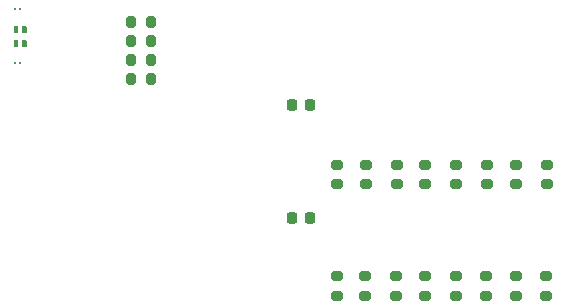
<source format=gbp>
%TF.GenerationSoftware,KiCad,Pcbnew,9.0.6*%
%TF.CreationDate,2026-01-08T22:49:20+05:30*%
%TF.ProjectId,USB_PD_Trigger,5553425f-5044-45f5-9472-69676765722e,rev?*%
%TF.SameCoordinates,Original*%
%TF.FileFunction,Paste,Bot*%
%TF.FilePolarity,Positive*%
%FSLAX46Y46*%
G04 Gerber Fmt 4.6, Leading zero omitted, Abs format (unit mm)*
G04 Created by KiCad (PCBNEW 9.0.6) date 2026-01-08 22:49:20*
%MOMM*%
%LPD*%
G01*
G04 APERTURE LIST*
G04 Aperture macros list*
%AMRoundRect*
0 Rectangle with rounded corners*
0 $1 Rounding radius*
0 $2 $3 $4 $5 $6 $7 $8 $9 X,Y pos of 4 corners*
0 Add a 4 corners polygon primitive as box body*
4,1,4,$2,$3,$4,$5,$6,$7,$8,$9,$2,$3,0*
0 Add four circle primitives for the rounded corners*
1,1,$1+$1,$2,$3*
1,1,$1+$1,$4,$5*
1,1,$1+$1,$6,$7*
1,1,$1+$1,$8,$9*
0 Add four rect primitives between the rounded corners*
20,1,$1+$1,$2,$3,$4,$5,0*
20,1,$1+$1,$4,$5,$6,$7,0*
20,1,$1+$1,$6,$7,$8,$9,0*
20,1,$1+$1,$8,$9,$2,$3,0*%
G04 Aperture macros list end*
%ADD10C,0.010000*%
%ADD11R,0.280000X0.250000*%
%ADD12RoundRect,0.200000X-0.275000X0.200000X-0.275000X-0.200000X0.275000X-0.200000X0.275000X0.200000X0*%
%ADD13RoundRect,0.200000X-0.200000X-0.275000X0.200000X-0.275000X0.200000X0.275000X-0.200000X0.275000X0*%
%ADD14RoundRect,0.225000X0.225000X0.250000X-0.225000X0.250000X-0.225000X-0.250000X0.225000X-0.250000X0*%
G04 APERTURE END LIST*
D10*
X127715500Y-100236000D02*
X127717500Y-100236000D01*
X127720500Y-100237000D01*
X127722500Y-100237000D01*
X127725500Y-100238000D01*
X127727500Y-100239000D01*
X127730500Y-100240000D01*
X127732500Y-100242000D01*
X127734500Y-100243000D01*
X127736500Y-100245000D01*
X127738500Y-100246000D01*
X127740500Y-100248000D01*
X127742500Y-100250000D01*
X127744500Y-100252000D01*
X127746500Y-100254000D01*
X127747500Y-100256000D01*
X127749500Y-100258000D01*
X127750500Y-100260000D01*
X127752500Y-100262000D01*
X127753500Y-100265000D01*
X127754500Y-100267000D01*
X127755500Y-100270000D01*
X127755500Y-100272000D01*
X127756500Y-100275000D01*
X127756500Y-100277000D01*
X127757500Y-100280000D01*
X127757500Y-100282000D01*
X127757500Y-100285000D01*
X127757500Y-100685000D01*
X127757500Y-100688000D01*
X127757500Y-100690000D01*
X127756500Y-100693000D01*
X127756500Y-100695000D01*
X127755500Y-100698000D01*
X127755500Y-100700000D01*
X127754500Y-100703000D01*
X127753500Y-100705000D01*
X127752500Y-100708000D01*
X127750500Y-100710000D01*
X127749500Y-100712000D01*
X127747500Y-100714000D01*
X127746500Y-100716000D01*
X127744500Y-100718000D01*
X127742500Y-100720000D01*
X127740500Y-100722000D01*
X127738500Y-100724000D01*
X127736500Y-100725000D01*
X127734500Y-100727000D01*
X127732500Y-100728000D01*
X127730500Y-100730000D01*
X127727500Y-100731000D01*
X127725500Y-100732000D01*
X127722500Y-100733000D01*
X127720500Y-100733000D01*
X127717500Y-100734000D01*
X127715500Y-100734000D01*
X127712500Y-100735000D01*
X127710500Y-100735000D01*
X127707500Y-100735000D01*
X127507500Y-100735000D01*
X127504500Y-100735000D01*
X127502500Y-100735000D01*
X127499500Y-100734000D01*
X127497500Y-100734000D01*
X127494500Y-100733000D01*
X127492500Y-100733000D01*
X127489500Y-100732000D01*
X127487500Y-100731000D01*
X127484500Y-100730000D01*
X127482500Y-100728000D01*
X127480500Y-100727000D01*
X127478500Y-100725000D01*
X127476500Y-100724000D01*
X127474500Y-100722000D01*
X127472500Y-100720000D01*
X127470500Y-100718000D01*
X127468500Y-100716000D01*
X127467500Y-100714000D01*
X127465500Y-100712000D01*
X127464500Y-100710000D01*
X127462500Y-100708000D01*
X127461500Y-100705000D01*
X127460500Y-100703000D01*
X127459500Y-100700000D01*
X127459500Y-100698000D01*
X127458500Y-100695000D01*
X127458500Y-100693000D01*
X127457500Y-100690000D01*
X127457500Y-100688000D01*
X127457500Y-100685000D01*
X127457500Y-100285000D01*
X127457500Y-100282000D01*
X127457500Y-100280000D01*
X127458500Y-100277000D01*
X127458500Y-100275000D01*
X127459500Y-100272000D01*
X127459500Y-100270000D01*
X127460500Y-100267000D01*
X127461500Y-100265000D01*
X127462500Y-100262000D01*
X127464500Y-100260000D01*
X127465500Y-100258000D01*
X127467500Y-100256000D01*
X127468500Y-100254000D01*
X127470500Y-100252000D01*
X127472500Y-100250000D01*
X127474500Y-100248000D01*
X127476500Y-100246000D01*
X127478500Y-100245000D01*
X127480500Y-100243000D01*
X127482500Y-100242000D01*
X127484500Y-100240000D01*
X127487500Y-100239000D01*
X127489500Y-100238000D01*
X127492500Y-100237000D01*
X127494500Y-100237000D01*
X127497500Y-100236000D01*
X127499500Y-100236000D01*
X127502500Y-100235000D01*
X127504500Y-100235000D01*
X127507500Y-100235000D01*
X127707500Y-100235000D01*
X127710500Y-100235000D01*
X127712500Y-100235000D01*
X127715500Y-100236000D01*
G36*
X127715500Y-100236000D02*
G01*
X127717500Y-100236000D01*
X127720500Y-100237000D01*
X127722500Y-100237000D01*
X127725500Y-100238000D01*
X127727500Y-100239000D01*
X127730500Y-100240000D01*
X127732500Y-100242000D01*
X127734500Y-100243000D01*
X127736500Y-100245000D01*
X127738500Y-100246000D01*
X127740500Y-100248000D01*
X127742500Y-100250000D01*
X127744500Y-100252000D01*
X127746500Y-100254000D01*
X127747500Y-100256000D01*
X127749500Y-100258000D01*
X127750500Y-100260000D01*
X127752500Y-100262000D01*
X127753500Y-100265000D01*
X127754500Y-100267000D01*
X127755500Y-100270000D01*
X127755500Y-100272000D01*
X127756500Y-100275000D01*
X127756500Y-100277000D01*
X127757500Y-100280000D01*
X127757500Y-100282000D01*
X127757500Y-100285000D01*
X127757500Y-100685000D01*
X127757500Y-100688000D01*
X127757500Y-100690000D01*
X127756500Y-100693000D01*
X127756500Y-100695000D01*
X127755500Y-100698000D01*
X127755500Y-100700000D01*
X127754500Y-100703000D01*
X127753500Y-100705000D01*
X127752500Y-100708000D01*
X127750500Y-100710000D01*
X127749500Y-100712000D01*
X127747500Y-100714000D01*
X127746500Y-100716000D01*
X127744500Y-100718000D01*
X127742500Y-100720000D01*
X127740500Y-100722000D01*
X127738500Y-100724000D01*
X127736500Y-100725000D01*
X127734500Y-100727000D01*
X127732500Y-100728000D01*
X127730500Y-100730000D01*
X127727500Y-100731000D01*
X127725500Y-100732000D01*
X127722500Y-100733000D01*
X127720500Y-100733000D01*
X127717500Y-100734000D01*
X127715500Y-100734000D01*
X127712500Y-100735000D01*
X127710500Y-100735000D01*
X127707500Y-100735000D01*
X127507500Y-100735000D01*
X127504500Y-100735000D01*
X127502500Y-100735000D01*
X127499500Y-100734000D01*
X127497500Y-100734000D01*
X127494500Y-100733000D01*
X127492500Y-100733000D01*
X127489500Y-100732000D01*
X127487500Y-100731000D01*
X127484500Y-100730000D01*
X127482500Y-100728000D01*
X127480500Y-100727000D01*
X127478500Y-100725000D01*
X127476500Y-100724000D01*
X127474500Y-100722000D01*
X127472500Y-100720000D01*
X127470500Y-100718000D01*
X127468500Y-100716000D01*
X127467500Y-100714000D01*
X127465500Y-100712000D01*
X127464500Y-100710000D01*
X127462500Y-100708000D01*
X127461500Y-100705000D01*
X127460500Y-100703000D01*
X127459500Y-100700000D01*
X127459500Y-100698000D01*
X127458500Y-100695000D01*
X127458500Y-100693000D01*
X127457500Y-100690000D01*
X127457500Y-100688000D01*
X127457500Y-100685000D01*
X127457500Y-100285000D01*
X127457500Y-100282000D01*
X127457500Y-100280000D01*
X127458500Y-100277000D01*
X127458500Y-100275000D01*
X127459500Y-100272000D01*
X127459500Y-100270000D01*
X127460500Y-100267000D01*
X127461500Y-100265000D01*
X127462500Y-100262000D01*
X127464500Y-100260000D01*
X127465500Y-100258000D01*
X127467500Y-100256000D01*
X127468500Y-100254000D01*
X127470500Y-100252000D01*
X127472500Y-100250000D01*
X127474500Y-100248000D01*
X127476500Y-100246000D01*
X127478500Y-100245000D01*
X127480500Y-100243000D01*
X127482500Y-100242000D01*
X127484500Y-100240000D01*
X127487500Y-100239000D01*
X127489500Y-100238000D01*
X127492500Y-100237000D01*
X127494500Y-100237000D01*
X127497500Y-100236000D01*
X127499500Y-100236000D01*
X127502500Y-100235000D01*
X127504500Y-100235000D01*
X127507500Y-100235000D01*
X127707500Y-100235000D01*
X127710500Y-100235000D01*
X127712500Y-100235000D01*
X127715500Y-100236000D01*
G37*
X128415500Y-100236000D02*
X128417500Y-100236000D01*
X128420500Y-100237000D01*
X128422500Y-100237000D01*
X128425500Y-100238000D01*
X128427500Y-100239000D01*
X128430500Y-100240000D01*
X128432500Y-100242000D01*
X128434500Y-100243000D01*
X128436500Y-100245000D01*
X128438500Y-100246000D01*
X128440500Y-100248000D01*
X128442500Y-100250000D01*
X128444500Y-100252000D01*
X128446500Y-100254000D01*
X128447500Y-100256000D01*
X128449500Y-100258000D01*
X128450500Y-100260000D01*
X128452500Y-100262000D01*
X128453500Y-100265000D01*
X128454500Y-100267000D01*
X128455500Y-100270000D01*
X128455500Y-100272000D01*
X128456500Y-100275000D01*
X128456500Y-100277000D01*
X128457500Y-100280000D01*
X128457500Y-100282000D01*
X128457500Y-100285000D01*
X128457500Y-100685000D01*
X128457500Y-100688000D01*
X128457500Y-100690000D01*
X128456500Y-100693000D01*
X128456500Y-100695000D01*
X128455500Y-100698000D01*
X128455500Y-100700000D01*
X128454500Y-100703000D01*
X128453500Y-100705000D01*
X128452500Y-100708000D01*
X128450500Y-100710000D01*
X128449500Y-100712000D01*
X128447500Y-100714000D01*
X128446500Y-100716000D01*
X128444500Y-100718000D01*
X128442500Y-100720000D01*
X128440500Y-100722000D01*
X128438500Y-100724000D01*
X128436500Y-100725000D01*
X128434500Y-100727000D01*
X128432500Y-100728000D01*
X128430500Y-100730000D01*
X128427500Y-100731000D01*
X128425500Y-100732000D01*
X128422500Y-100733000D01*
X128420500Y-100733000D01*
X128417500Y-100734000D01*
X128415500Y-100734000D01*
X128412500Y-100735000D01*
X128410500Y-100735000D01*
X128407500Y-100735000D01*
X128207500Y-100735000D01*
X128204500Y-100735000D01*
X128202500Y-100735000D01*
X128199500Y-100734000D01*
X128197500Y-100734000D01*
X128194500Y-100733000D01*
X128192500Y-100733000D01*
X128189500Y-100732000D01*
X128187500Y-100731000D01*
X128184500Y-100730000D01*
X128182500Y-100728000D01*
X128180500Y-100727000D01*
X128178500Y-100725000D01*
X128176500Y-100724000D01*
X128174500Y-100722000D01*
X128172500Y-100720000D01*
X128170500Y-100718000D01*
X128168500Y-100716000D01*
X128167500Y-100714000D01*
X128165500Y-100712000D01*
X128164500Y-100710000D01*
X128162500Y-100708000D01*
X128161500Y-100705000D01*
X128160500Y-100703000D01*
X128159500Y-100700000D01*
X128159500Y-100698000D01*
X128158500Y-100695000D01*
X128158500Y-100693000D01*
X128157500Y-100690000D01*
X128157500Y-100688000D01*
X128157500Y-100685000D01*
X128157500Y-100285000D01*
X128157500Y-100282000D01*
X128157500Y-100280000D01*
X128158500Y-100277000D01*
X128158500Y-100275000D01*
X128159500Y-100272000D01*
X128159500Y-100270000D01*
X128160500Y-100267000D01*
X128161500Y-100265000D01*
X128162500Y-100262000D01*
X128164500Y-100260000D01*
X128165500Y-100258000D01*
X128167500Y-100256000D01*
X128168500Y-100254000D01*
X128170500Y-100252000D01*
X128172500Y-100250000D01*
X128174500Y-100248000D01*
X128176500Y-100246000D01*
X128178500Y-100245000D01*
X128180500Y-100243000D01*
X128182500Y-100242000D01*
X128184500Y-100240000D01*
X128187500Y-100239000D01*
X128189500Y-100238000D01*
X128192500Y-100237000D01*
X128194500Y-100237000D01*
X128197500Y-100236000D01*
X128199500Y-100236000D01*
X128202500Y-100235000D01*
X128204500Y-100235000D01*
X128207500Y-100235000D01*
X128407500Y-100235000D01*
X128410500Y-100235000D01*
X128412500Y-100235000D01*
X128415500Y-100236000D01*
G36*
X128415500Y-100236000D02*
G01*
X128417500Y-100236000D01*
X128420500Y-100237000D01*
X128422500Y-100237000D01*
X128425500Y-100238000D01*
X128427500Y-100239000D01*
X128430500Y-100240000D01*
X128432500Y-100242000D01*
X128434500Y-100243000D01*
X128436500Y-100245000D01*
X128438500Y-100246000D01*
X128440500Y-100248000D01*
X128442500Y-100250000D01*
X128444500Y-100252000D01*
X128446500Y-100254000D01*
X128447500Y-100256000D01*
X128449500Y-100258000D01*
X128450500Y-100260000D01*
X128452500Y-100262000D01*
X128453500Y-100265000D01*
X128454500Y-100267000D01*
X128455500Y-100270000D01*
X128455500Y-100272000D01*
X128456500Y-100275000D01*
X128456500Y-100277000D01*
X128457500Y-100280000D01*
X128457500Y-100282000D01*
X128457500Y-100285000D01*
X128457500Y-100685000D01*
X128457500Y-100688000D01*
X128457500Y-100690000D01*
X128456500Y-100693000D01*
X128456500Y-100695000D01*
X128455500Y-100698000D01*
X128455500Y-100700000D01*
X128454500Y-100703000D01*
X128453500Y-100705000D01*
X128452500Y-100708000D01*
X128450500Y-100710000D01*
X128449500Y-100712000D01*
X128447500Y-100714000D01*
X128446500Y-100716000D01*
X128444500Y-100718000D01*
X128442500Y-100720000D01*
X128440500Y-100722000D01*
X128438500Y-100724000D01*
X128436500Y-100725000D01*
X128434500Y-100727000D01*
X128432500Y-100728000D01*
X128430500Y-100730000D01*
X128427500Y-100731000D01*
X128425500Y-100732000D01*
X128422500Y-100733000D01*
X128420500Y-100733000D01*
X128417500Y-100734000D01*
X128415500Y-100734000D01*
X128412500Y-100735000D01*
X128410500Y-100735000D01*
X128407500Y-100735000D01*
X128207500Y-100735000D01*
X128204500Y-100735000D01*
X128202500Y-100735000D01*
X128199500Y-100734000D01*
X128197500Y-100734000D01*
X128194500Y-100733000D01*
X128192500Y-100733000D01*
X128189500Y-100732000D01*
X128187500Y-100731000D01*
X128184500Y-100730000D01*
X128182500Y-100728000D01*
X128180500Y-100727000D01*
X128178500Y-100725000D01*
X128176500Y-100724000D01*
X128174500Y-100722000D01*
X128172500Y-100720000D01*
X128170500Y-100718000D01*
X128168500Y-100716000D01*
X128167500Y-100714000D01*
X128165500Y-100712000D01*
X128164500Y-100710000D01*
X128162500Y-100708000D01*
X128161500Y-100705000D01*
X128160500Y-100703000D01*
X128159500Y-100700000D01*
X128159500Y-100698000D01*
X128158500Y-100695000D01*
X128158500Y-100693000D01*
X128157500Y-100690000D01*
X128157500Y-100688000D01*
X128157500Y-100685000D01*
X128157500Y-100285000D01*
X128157500Y-100282000D01*
X128157500Y-100280000D01*
X128158500Y-100277000D01*
X128158500Y-100275000D01*
X128159500Y-100272000D01*
X128159500Y-100270000D01*
X128160500Y-100267000D01*
X128161500Y-100265000D01*
X128162500Y-100262000D01*
X128164500Y-100260000D01*
X128165500Y-100258000D01*
X128167500Y-100256000D01*
X128168500Y-100254000D01*
X128170500Y-100252000D01*
X128172500Y-100250000D01*
X128174500Y-100248000D01*
X128176500Y-100246000D01*
X128178500Y-100245000D01*
X128180500Y-100243000D01*
X128182500Y-100242000D01*
X128184500Y-100240000D01*
X128187500Y-100239000D01*
X128189500Y-100238000D01*
X128192500Y-100237000D01*
X128194500Y-100237000D01*
X128197500Y-100236000D01*
X128199500Y-100236000D01*
X128202500Y-100235000D01*
X128204500Y-100235000D01*
X128207500Y-100235000D01*
X128407500Y-100235000D01*
X128410500Y-100235000D01*
X128412500Y-100235000D01*
X128415500Y-100236000D01*
G37*
X127715500Y-99036000D02*
X127717500Y-99036000D01*
X127720500Y-99037000D01*
X127722500Y-99037000D01*
X127725500Y-99038000D01*
X127727500Y-99039000D01*
X127730500Y-99040000D01*
X127732500Y-99042000D01*
X127734500Y-99043000D01*
X127736500Y-99045000D01*
X127738500Y-99046000D01*
X127740500Y-99048000D01*
X127742500Y-99050000D01*
X127744500Y-99052000D01*
X127746500Y-99054000D01*
X127747500Y-99056000D01*
X127749500Y-99058000D01*
X127750500Y-99060000D01*
X127752500Y-99062000D01*
X127753500Y-99065000D01*
X127754500Y-99067000D01*
X127755500Y-99070000D01*
X127755500Y-99072000D01*
X127756500Y-99075000D01*
X127756500Y-99077000D01*
X127757500Y-99080000D01*
X127757500Y-99082000D01*
X127757500Y-99085000D01*
X127757500Y-99485000D01*
X127757500Y-99488000D01*
X127757500Y-99490000D01*
X127756500Y-99493000D01*
X127756500Y-99495000D01*
X127755500Y-99498000D01*
X127755500Y-99500000D01*
X127754500Y-99503000D01*
X127753500Y-99505000D01*
X127752500Y-99508000D01*
X127750500Y-99510000D01*
X127749500Y-99512000D01*
X127747500Y-99514000D01*
X127746500Y-99516000D01*
X127744500Y-99518000D01*
X127742500Y-99520000D01*
X127740500Y-99522000D01*
X127738500Y-99524000D01*
X127736500Y-99525000D01*
X127734500Y-99527000D01*
X127732500Y-99528000D01*
X127730500Y-99530000D01*
X127727500Y-99531000D01*
X127725500Y-99532000D01*
X127722500Y-99533000D01*
X127720500Y-99533000D01*
X127717500Y-99534000D01*
X127715500Y-99534000D01*
X127712500Y-99535000D01*
X127710500Y-99535000D01*
X127707500Y-99535000D01*
X127507500Y-99535000D01*
X127504500Y-99535000D01*
X127502500Y-99535000D01*
X127499500Y-99534000D01*
X127497500Y-99534000D01*
X127494500Y-99533000D01*
X127492500Y-99533000D01*
X127489500Y-99532000D01*
X127487500Y-99531000D01*
X127484500Y-99530000D01*
X127482500Y-99528000D01*
X127480500Y-99527000D01*
X127478500Y-99525000D01*
X127476500Y-99524000D01*
X127474500Y-99522000D01*
X127472500Y-99520000D01*
X127470500Y-99518000D01*
X127468500Y-99516000D01*
X127467500Y-99514000D01*
X127465500Y-99512000D01*
X127464500Y-99510000D01*
X127462500Y-99508000D01*
X127461500Y-99505000D01*
X127460500Y-99503000D01*
X127459500Y-99500000D01*
X127459500Y-99498000D01*
X127458500Y-99495000D01*
X127458500Y-99493000D01*
X127457500Y-99490000D01*
X127457500Y-99488000D01*
X127457500Y-99485000D01*
X127457500Y-99085000D01*
X127457500Y-99082000D01*
X127457500Y-99080000D01*
X127458500Y-99077000D01*
X127458500Y-99075000D01*
X127459500Y-99072000D01*
X127459500Y-99070000D01*
X127460500Y-99067000D01*
X127461500Y-99065000D01*
X127462500Y-99062000D01*
X127464500Y-99060000D01*
X127465500Y-99058000D01*
X127467500Y-99056000D01*
X127468500Y-99054000D01*
X127470500Y-99052000D01*
X127472500Y-99050000D01*
X127474500Y-99048000D01*
X127476500Y-99046000D01*
X127478500Y-99045000D01*
X127480500Y-99043000D01*
X127482500Y-99042000D01*
X127484500Y-99040000D01*
X127487500Y-99039000D01*
X127489500Y-99038000D01*
X127492500Y-99037000D01*
X127494500Y-99037000D01*
X127497500Y-99036000D01*
X127499500Y-99036000D01*
X127502500Y-99035000D01*
X127504500Y-99035000D01*
X127507500Y-99035000D01*
X127707500Y-99035000D01*
X127710500Y-99035000D01*
X127712500Y-99035000D01*
X127715500Y-99036000D01*
G36*
X127715500Y-99036000D02*
G01*
X127717500Y-99036000D01*
X127720500Y-99037000D01*
X127722500Y-99037000D01*
X127725500Y-99038000D01*
X127727500Y-99039000D01*
X127730500Y-99040000D01*
X127732500Y-99042000D01*
X127734500Y-99043000D01*
X127736500Y-99045000D01*
X127738500Y-99046000D01*
X127740500Y-99048000D01*
X127742500Y-99050000D01*
X127744500Y-99052000D01*
X127746500Y-99054000D01*
X127747500Y-99056000D01*
X127749500Y-99058000D01*
X127750500Y-99060000D01*
X127752500Y-99062000D01*
X127753500Y-99065000D01*
X127754500Y-99067000D01*
X127755500Y-99070000D01*
X127755500Y-99072000D01*
X127756500Y-99075000D01*
X127756500Y-99077000D01*
X127757500Y-99080000D01*
X127757500Y-99082000D01*
X127757500Y-99085000D01*
X127757500Y-99485000D01*
X127757500Y-99488000D01*
X127757500Y-99490000D01*
X127756500Y-99493000D01*
X127756500Y-99495000D01*
X127755500Y-99498000D01*
X127755500Y-99500000D01*
X127754500Y-99503000D01*
X127753500Y-99505000D01*
X127752500Y-99508000D01*
X127750500Y-99510000D01*
X127749500Y-99512000D01*
X127747500Y-99514000D01*
X127746500Y-99516000D01*
X127744500Y-99518000D01*
X127742500Y-99520000D01*
X127740500Y-99522000D01*
X127738500Y-99524000D01*
X127736500Y-99525000D01*
X127734500Y-99527000D01*
X127732500Y-99528000D01*
X127730500Y-99530000D01*
X127727500Y-99531000D01*
X127725500Y-99532000D01*
X127722500Y-99533000D01*
X127720500Y-99533000D01*
X127717500Y-99534000D01*
X127715500Y-99534000D01*
X127712500Y-99535000D01*
X127710500Y-99535000D01*
X127707500Y-99535000D01*
X127507500Y-99535000D01*
X127504500Y-99535000D01*
X127502500Y-99535000D01*
X127499500Y-99534000D01*
X127497500Y-99534000D01*
X127494500Y-99533000D01*
X127492500Y-99533000D01*
X127489500Y-99532000D01*
X127487500Y-99531000D01*
X127484500Y-99530000D01*
X127482500Y-99528000D01*
X127480500Y-99527000D01*
X127478500Y-99525000D01*
X127476500Y-99524000D01*
X127474500Y-99522000D01*
X127472500Y-99520000D01*
X127470500Y-99518000D01*
X127468500Y-99516000D01*
X127467500Y-99514000D01*
X127465500Y-99512000D01*
X127464500Y-99510000D01*
X127462500Y-99508000D01*
X127461500Y-99505000D01*
X127460500Y-99503000D01*
X127459500Y-99500000D01*
X127459500Y-99498000D01*
X127458500Y-99495000D01*
X127458500Y-99493000D01*
X127457500Y-99490000D01*
X127457500Y-99488000D01*
X127457500Y-99485000D01*
X127457500Y-99085000D01*
X127457500Y-99082000D01*
X127457500Y-99080000D01*
X127458500Y-99077000D01*
X127458500Y-99075000D01*
X127459500Y-99072000D01*
X127459500Y-99070000D01*
X127460500Y-99067000D01*
X127461500Y-99065000D01*
X127462500Y-99062000D01*
X127464500Y-99060000D01*
X127465500Y-99058000D01*
X127467500Y-99056000D01*
X127468500Y-99054000D01*
X127470500Y-99052000D01*
X127472500Y-99050000D01*
X127474500Y-99048000D01*
X127476500Y-99046000D01*
X127478500Y-99045000D01*
X127480500Y-99043000D01*
X127482500Y-99042000D01*
X127484500Y-99040000D01*
X127487500Y-99039000D01*
X127489500Y-99038000D01*
X127492500Y-99037000D01*
X127494500Y-99037000D01*
X127497500Y-99036000D01*
X127499500Y-99036000D01*
X127502500Y-99035000D01*
X127504500Y-99035000D01*
X127507500Y-99035000D01*
X127707500Y-99035000D01*
X127710500Y-99035000D01*
X127712500Y-99035000D01*
X127715500Y-99036000D01*
G37*
X128415500Y-99036000D02*
X128417500Y-99036000D01*
X128420500Y-99037000D01*
X128422500Y-99037000D01*
X128425500Y-99038000D01*
X128427500Y-99039000D01*
X128430500Y-99040000D01*
X128432500Y-99042000D01*
X128434500Y-99043000D01*
X128436500Y-99045000D01*
X128438500Y-99046000D01*
X128440500Y-99048000D01*
X128442500Y-99050000D01*
X128444500Y-99052000D01*
X128446500Y-99054000D01*
X128447500Y-99056000D01*
X128449500Y-99058000D01*
X128450500Y-99060000D01*
X128452500Y-99062000D01*
X128453500Y-99065000D01*
X128454500Y-99067000D01*
X128455500Y-99070000D01*
X128455500Y-99072000D01*
X128456500Y-99075000D01*
X128456500Y-99077000D01*
X128457500Y-99080000D01*
X128457500Y-99082000D01*
X128457500Y-99085000D01*
X128457500Y-99485000D01*
X128457500Y-99488000D01*
X128457500Y-99490000D01*
X128456500Y-99493000D01*
X128456500Y-99495000D01*
X128455500Y-99498000D01*
X128455500Y-99500000D01*
X128454500Y-99503000D01*
X128453500Y-99505000D01*
X128452500Y-99508000D01*
X128450500Y-99510000D01*
X128449500Y-99512000D01*
X128447500Y-99514000D01*
X128446500Y-99516000D01*
X128444500Y-99518000D01*
X128442500Y-99520000D01*
X128440500Y-99522000D01*
X128438500Y-99524000D01*
X128436500Y-99525000D01*
X128434500Y-99527000D01*
X128432500Y-99528000D01*
X128430500Y-99530000D01*
X128427500Y-99531000D01*
X128425500Y-99532000D01*
X128422500Y-99533000D01*
X128420500Y-99533000D01*
X128417500Y-99534000D01*
X128415500Y-99534000D01*
X128412500Y-99535000D01*
X128410500Y-99535000D01*
X128407500Y-99535000D01*
X128207500Y-99535000D01*
X128204500Y-99535000D01*
X128202500Y-99535000D01*
X128199500Y-99534000D01*
X128197500Y-99534000D01*
X128194500Y-99533000D01*
X128192500Y-99533000D01*
X128189500Y-99532000D01*
X128187500Y-99531000D01*
X128184500Y-99530000D01*
X128182500Y-99528000D01*
X128180500Y-99527000D01*
X128178500Y-99525000D01*
X128176500Y-99524000D01*
X128174500Y-99522000D01*
X128172500Y-99520000D01*
X128170500Y-99518000D01*
X128168500Y-99516000D01*
X128167500Y-99514000D01*
X128165500Y-99512000D01*
X128164500Y-99510000D01*
X128162500Y-99508000D01*
X128161500Y-99505000D01*
X128160500Y-99503000D01*
X128159500Y-99500000D01*
X128159500Y-99498000D01*
X128158500Y-99495000D01*
X128158500Y-99493000D01*
X128157500Y-99490000D01*
X128157500Y-99488000D01*
X128157500Y-99485000D01*
X128157500Y-99085000D01*
X128157500Y-99082000D01*
X128157500Y-99080000D01*
X128158500Y-99077000D01*
X128158500Y-99075000D01*
X128159500Y-99072000D01*
X128159500Y-99070000D01*
X128160500Y-99067000D01*
X128161500Y-99065000D01*
X128162500Y-99062000D01*
X128164500Y-99060000D01*
X128165500Y-99058000D01*
X128167500Y-99056000D01*
X128168500Y-99054000D01*
X128170500Y-99052000D01*
X128172500Y-99050000D01*
X128174500Y-99048000D01*
X128176500Y-99046000D01*
X128178500Y-99045000D01*
X128180500Y-99043000D01*
X128182500Y-99042000D01*
X128184500Y-99040000D01*
X128187500Y-99039000D01*
X128189500Y-99038000D01*
X128192500Y-99037000D01*
X128194500Y-99037000D01*
X128197500Y-99036000D01*
X128199500Y-99036000D01*
X128202500Y-99035000D01*
X128204500Y-99035000D01*
X128207500Y-99035000D01*
X128407500Y-99035000D01*
X128410500Y-99035000D01*
X128412500Y-99035000D01*
X128415500Y-99036000D01*
G36*
X128415500Y-99036000D02*
G01*
X128417500Y-99036000D01*
X128420500Y-99037000D01*
X128422500Y-99037000D01*
X128425500Y-99038000D01*
X128427500Y-99039000D01*
X128430500Y-99040000D01*
X128432500Y-99042000D01*
X128434500Y-99043000D01*
X128436500Y-99045000D01*
X128438500Y-99046000D01*
X128440500Y-99048000D01*
X128442500Y-99050000D01*
X128444500Y-99052000D01*
X128446500Y-99054000D01*
X128447500Y-99056000D01*
X128449500Y-99058000D01*
X128450500Y-99060000D01*
X128452500Y-99062000D01*
X128453500Y-99065000D01*
X128454500Y-99067000D01*
X128455500Y-99070000D01*
X128455500Y-99072000D01*
X128456500Y-99075000D01*
X128456500Y-99077000D01*
X128457500Y-99080000D01*
X128457500Y-99082000D01*
X128457500Y-99085000D01*
X128457500Y-99485000D01*
X128457500Y-99488000D01*
X128457500Y-99490000D01*
X128456500Y-99493000D01*
X128456500Y-99495000D01*
X128455500Y-99498000D01*
X128455500Y-99500000D01*
X128454500Y-99503000D01*
X128453500Y-99505000D01*
X128452500Y-99508000D01*
X128450500Y-99510000D01*
X128449500Y-99512000D01*
X128447500Y-99514000D01*
X128446500Y-99516000D01*
X128444500Y-99518000D01*
X128442500Y-99520000D01*
X128440500Y-99522000D01*
X128438500Y-99524000D01*
X128436500Y-99525000D01*
X128434500Y-99527000D01*
X128432500Y-99528000D01*
X128430500Y-99530000D01*
X128427500Y-99531000D01*
X128425500Y-99532000D01*
X128422500Y-99533000D01*
X128420500Y-99533000D01*
X128417500Y-99534000D01*
X128415500Y-99534000D01*
X128412500Y-99535000D01*
X128410500Y-99535000D01*
X128407500Y-99535000D01*
X128207500Y-99535000D01*
X128204500Y-99535000D01*
X128202500Y-99535000D01*
X128199500Y-99534000D01*
X128197500Y-99534000D01*
X128194500Y-99533000D01*
X128192500Y-99533000D01*
X128189500Y-99532000D01*
X128187500Y-99531000D01*
X128184500Y-99530000D01*
X128182500Y-99528000D01*
X128180500Y-99527000D01*
X128178500Y-99525000D01*
X128176500Y-99524000D01*
X128174500Y-99522000D01*
X128172500Y-99520000D01*
X128170500Y-99518000D01*
X128168500Y-99516000D01*
X128167500Y-99514000D01*
X128165500Y-99512000D01*
X128164500Y-99510000D01*
X128162500Y-99508000D01*
X128161500Y-99505000D01*
X128160500Y-99503000D01*
X128159500Y-99500000D01*
X128159500Y-99498000D01*
X128158500Y-99495000D01*
X128158500Y-99493000D01*
X128157500Y-99490000D01*
X128157500Y-99488000D01*
X128157500Y-99485000D01*
X128157500Y-99085000D01*
X128157500Y-99082000D01*
X128157500Y-99080000D01*
X128158500Y-99077000D01*
X128158500Y-99075000D01*
X128159500Y-99072000D01*
X128159500Y-99070000D01*
X128160500Y-99067000D01*
X128161500Y-99065000D01*
X128162500Y-99062000D01*
X128164500Y-99060000D01*
X128165500Y-99058000D01*
X128167500Y-99056000D01*
X128168500Y-99054000D01*
X128170500Y-99052000D01*
X128172500Y-99050000D01*
X128174500Y-99048000D01*
X128176500Y-99046000D01*
X128178500Y-99045000D01*
X128180500Y-99043000D01*
X128182500Y-99042000D01*
X128184500Y-99040000D01*
X128187500Y-99039000D01*
X128189500Y-99038000D01*
X128192500Y-99037000D01*
X128194500Y-99037000D01*
X128197500Y-99036000D01*
X128199500Y-99036000D01*
X128202500Y-99035000D01*
X128204500Y-99035000D01*
X128207500Y-99035000D01*
X128407500Y-99035000D01*
X128410500Y-99035000D01*
X128412500Y-99035000D01*
X128415500Y-99036000D01*
G37*
D11*
X128020000Y-102185000D03*
X127580000Y-102185000D03*
X128020000Y-97585000D03*
X127580000Y-97585000D03*
D12*
X159820000Y-120200000D03*
X159820000Y-121850000D03*
X154800000Y-120200000D03*
X154800000Y-121850000D03*
X154800000Y-110775000D03*
X154800000Y-112425000D03*
X162320000Y-120200000D03*
X162320000Y-121850000D03*
X162300000Y-110775000D03*
X162300000Y-112425000D03*
X172500000Y-120225000D03*
X172500000Y-121875000D03*
D13*
X137395000Y-98685000D03*
X139045000Y-98685000D03*
D12*
X170020000Y-120225000D03*
X170020000Y-121875000D03*
D13*
X137395000Y-100285000D03*
X139045000Y-100285000D03*
D14*
X152545000Y-105735000D03*
X150995000Y-105735000D03*
D13*
X137395000Y-103485000D03*
X139045000Y-103485000D03*
D12*
X170000000Y-110775000D03*
X170000000Y-112425000D03*
D14*
X152545000Y-115235000D03*
X150995000Y-115235000D03*
D12*
X159900000Y-110775000D03*
X159900000Y-112425000D03*
X172600000Y-110775000D03*
X172600000Y-112425000D03*
X164920000Y-120225000D03*
X164920000Y-121875000D03*
X167500000Y-110775000D03*
X167500000Y-112425000D03*
X164900000Y-110775000D03*
X164900000Y-112425000D03*
X157300000Y-110775000D03*
X157300000Y-112425000D03*
D13*
X137395000Y-101885000D03*
X139045000Y-101885000D03*
D12*
X167420000Y-120225000D03*
X167420000Y-121875000D03*
X157220000Y-120200000D03*
X157220000Y-121850000D03*
M02*

</source>
